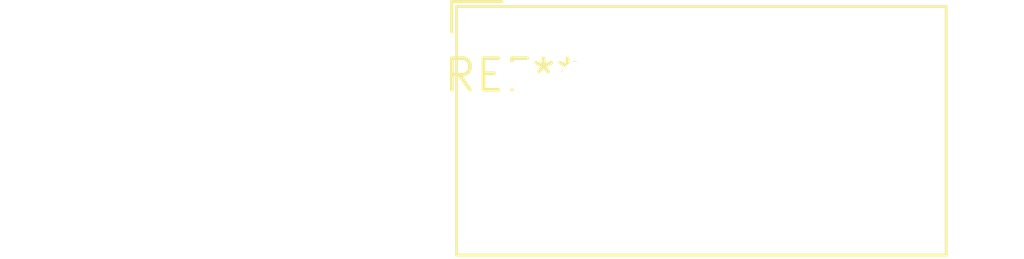
<source format=kicad_pcb>
(kicad_pcb (version 20240108) (generator pcbnew)
  (layers (0 "F.Cu" signal) (31 "B.Cu" signal) (34 "B.Paste" user) (35 "F.Paste" user) (36 "B.SilkS" user "B.Silkscreen") (37 "F.SilkS" user "F.Silkscreen") (38 "B.Mask" user) (39 "F.Mask" user) (44 "Edge.Cuts" user))
  (net 0 "")
  (footprint "Converter_DCDC_muRata_MEJ1DxxxxSC_THT" (layer "F.Cu") (at 0 0)
    (property "Reference" "REF**")
    (property "Value" "Converter_DCDC_muRata_MEJ1DxxxxSC_THT")
    (fp_line (start -2.43 -2.97) (end -2.43 -1.74) (layer "F.SilkS") (stroke (width 0.12)))
    (fp_line (start -2.43 -2.97) (end -0.4 -2.97) (layer "F.SilkS") (stroke (width 0.12)))
    (fp_line (start -2.23 -2.77) (end -2.23 7.23) (layer "F.SilkS") (stroke (width 0.12)))
    (fp_line (start -2.23 7.23) (end 17.47 7.23) (layer "F.SilkS") (stroke (width 0.12)))
    (fp_line (start 17.47 -2.77) (end -2.23 -2.77) (layer "F.SilkS") (stroke (width 0.12)))
    (fp_line (start 17.47 7.23) (end 17.47 -2.77) (layer "F.SilkS") (stroke (width 0.12)))
    (pad "1" thru_hole rect (at 0 0) (size 1.75 1.75) (drill 1.075) (layers *.Cu *.Mask) (remove_unused_layers))
    (pad "2" thru_hole oval (at 2.54 0) (size 1.75 1.75) (drill 1.075) (layers *.Cu *.Mask) (remove_unused_layers))
    (pad "5" thru_hole oval (at 10.16 0) (size 1.75 1.75) (drill 1.075) (layers *.Cu *.Mask) (remove_unused_layers))
    (pad "6" thru_hole oval (at 12.7 0) (size 1.75 1.75) (drill 1.075) (layers *.Cu *.Mask) (remove_unused_layers))
    (pad "7" thru_hole oval (at 15.24 0) (size 1.75 1.75) (drill 1.075) (layers *.Cu *.Mask) (remove_unused_layers))
  )
)
</source>
